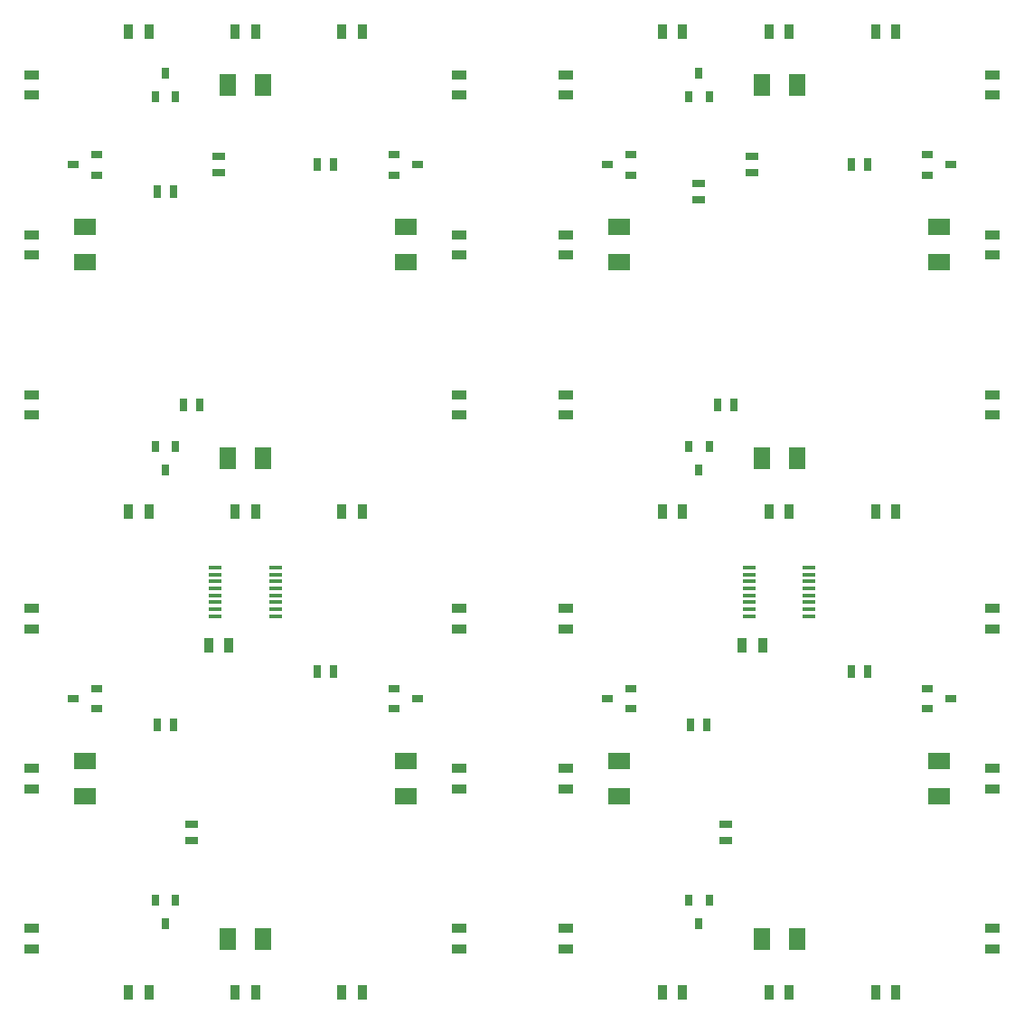
<source format=gtp>
G04 (created by PCBNEW (2013-07-07 BZR 4022)-stable) date 2/25/2015 7:36:07 PM*
%MOIN*%
G04 Gerber Fmt 3.4, Leading zero omitted, Abs format*
%FSLAX34Y34*%
G01*
G70*
G90*
G04 APERTURE LIST*
%ADD10C,0.00590551*%
%ADD11R,0.05X0.015*%
%ADD12R,0.0394X0.0315*%
%ADD13R,0.0315X0.0394*%
%ADD14R,0.06X0.08*%
%ADD15R,0.08X0.06*%
%ADD16R,0.055X0.035*%
%ADD17R,0.035X0.055*%
%ADD18R,0.025X0.045*%
%ADD19R,0.045X0.025*%
G04 APERTURE END LIST*
G54D10*
G54D11*
X26692Y-35344D03*
X26692Y-35088D03*
X26692Y-34832D03*
X26692Y-34576D03*
X26692Y-34320D03*
X26692Y-34064D03*
X26692Y-33808D03*
X26692Y-33552D03*
X24488Y-33552D03*
X24488Y-33808D03*
X24488Y-34064D03*
X24488Y-34320D03*
X24488Y-34576D03*
X24488Y-34832D03*
X24488Y-35088D03*
X24488Y-35344D03*
X46377Y-35344D03*
X46377Y-35088D03*
X46377Y-34832D03*
X46377Y-34576D03*
X46377Y-34320D03*
X46377Y-34064D03*
X46377Y-33808D03*
X46377Y-33552D03*
X44173Y-33552D03*
X44173Y-33808D03*
X44173Y-34064D03*
X44173Y-34320D03*
X44173Y-34576D03*
X44173Y-34832D03*
X44173Y-35088D03*
X44173Y-35344D03*
G54D12*
X38937Y-18700D03*
X39803Y-18325D03*
X39803Y-19075D03*
G54D13*
X42322Y-29960D03*
X41947Y-29094D03*
X42697Y-29094D03*
X42322Y-15315D03*
X42697Y-16181D03*
X41947Y-16181D03*
G54D12*
X51614Y-18700D03*
X50748Y-19075D03*
X50748Y-18325D03*
X51614Y-38385D03*
X50748Y-38760D03*
X50748Y-38010D03*
G54D13*
X42322Y-46692D03*
X41947Y-45826D03*
X42697Y-45826D03*
G54D12*
X38937Y-38385D03*
X39803Y-38010D03*
X39803Y-38760D03*
G54D13*
X22637Y-29960D03*
X22262Y-29094D03*
X23012Y-29094D03*
X22637Y-15315D03*
X23012Y-16181D03*
X22262Y-16181D03*
G54D12*
X19252Y-18700D03*
X20118Y-18325D03*
X20118Y-19075D03*
X31929Y-18700D03*
X31063Y-19075D03*
X31063Y-18325D03*
G54D13*
X22637Y-46692D03*
X22262Y-45826D03*
X23012Y-45826D03*
G54D12*
X19252Y-38385D03*
X20118Y-38010D03*
X20118Y-38760D03*
X31929Y-38385D03*
X31063Y-38760D03*
X31063Y-38010D03*
G54D14*
X24940Y-29527D03*
X26240Y-29527D03*
G54D15*
X51181Y-41988D03*
X51181Y-40688D03*
X51181Y-22303D03*
X51181Y-21003D03*
G54D14*
X44625Y-15748D03*
X45925Y-15748D03*
X44625Y-29527D03*
X45925Y-29527D03*
X44625Y-47244D03*
X45925Y-47244D03*
G54D15*
X39370Y-41988D03*
X39370Y-40688D03*
X39370Y-22303D03*
X39370Y-21003D03*
G54D14*
X24940Y-15748D03*
X26240Y-15748D03*
G54D15*
X31496Y-22303D03*
X31496Y-21003D03*
X31496Y-41988D03*
X31496Y-40688D03*
G54D14*
X26240Y-47244D03*
X24940Y-47244D03*
G54D15*
X19685Y-41988D03*
X19685Y-40688D03*
X19685Y-22303D03*
X19685Y-21003D03*
G54D16*
X53149Y-41713D03*
X53149Y-40963D03*
X53149Y-22028D03*
X53149Y-21278D03*
X53149Y-47619D03*
X53149Y-46869D03*
X53149Y-16123D03*
X53149Y-15373D03*
G54D17*
X41713Y-13779D03*
X40963Y-13779D03*
G54D16*
X53149Y-27934D03*
X53149Y-27184D03*
G54D17*
X29902Y-31496D03*
X29152Y-31496D03*
G54D16*
X53149Y-35808D03*
X53149Y-35058D03*
G54D17*
X49587Y-49212D03*
X48837Y-49212D03*
G54D16*
X37401Y-16123D03*
X37401Y-15373D03*
X37401Y-22028D03*
X37401Y-21278D03*
X37401Y-27934D03*
X37401Y-27184D03*
X37401Y-35808D03*
X37401Y-35058D03*
X37401Y-41713D03*
X37401Y-40963D03*
X37401Y-47619D03*
X37401Y-46869D03*
G54D17*
X41713Y-49212D03*
X40963Y-49212D03*
X45650Y-49212D03*
X44900Y-49212D03*
G54D16*
X33464Y-41713D03*
X33464Y-40963D03*
G54D17*
X49587Y-31496D03*
X48837Y-31496D03*
X45650Y-31496D03*
X44900Y-31496D03*
G54D16*
X17716Y-16123D03*
X17716Y-15373D03*
X17716Y-22028D03*
X17716Y-21278D03*
X17716Y-27934D03*
X17716Y-27184D03*
X17716Y-35808D03*
X17716Y-35058D03*
X17716Y-41713D03*
X17716Y-40963D03*
X17716Y-47619D03*
X17716Y-46869D03*
G54D17*
X22028Y-49212D03*
X21278Y-49212D03*
X25965Y-49212D03*
X25215Y-49212D03*
X29902Y-49212D03*
X29152Y-49212D03*
G54D16*
X33464Y-35808D03*
X33464Y-35058D03*
G54D17*
X45650Y-13779D03*
X44900Y-13779D03*
G54D16*
X33464Y-47619D03*
X33464Y-46869D03*
X33464Y-16123D03*
X33464Y-15373D03*
X33464Y-22028D03*
X33464Y-21278D03*
X33464Y-27934D03*
X33464Y-27184D03*
G54D17*
X22028Y-13779D03*
X21278Y-13779D03*
X25965Y-13779D03*
X25215Y-13779D03*
X29902Y-13779D03*
X29152Y-13779D03*
X22028Y-31496D03*
X21278Y-31496D03*
X25965Y-31496D03*
X25215Y-31496D03*
X41713Y-31496D03*
X40963Y-31496D03*
X49587Y-13779D03*
X48837Y-13779D03*
G54D18*
X28243Y-18700D03*
X28843Y-18700D03*
X43607Y-27559D03*
X43007Y-27559D03*
G54D19*
X44291Y-19000D03*
X44291Y-18400D03*
G54D18*
X22337Y-19685D03*
X22937Y-19685D03*
X47928Y-18700D03*
X48528Y-18700D03*
X47928Y-37401D03*
X48528Y-37401D03*
X22337Y-39370D03*
X22937Y-39370D03*
G54D19*
X43307Y-43007D03*
X43307Y-43607D03*
G54D18*
X42622Y-39370D03*
X42022Y-39370D03*
G54D19*
X23622Y-43607D03*
X23622Y-43007D03*
X42322Y-19985D03*
X42322Y-19385D03*
G54D18*
X28243Y-37401D03*
X28843Y-37401D03*
X23922Y-27559D03*
X23322Y-27559D03*
G54D19*
X24606Y-19000D03*
X24606Y-18400D03*
G54D17*
X43916Y-36417D03*
X44666Y-36417D03*
X24231Y-36417D03*
X24981Y-36417D03*
M02*

</source>
